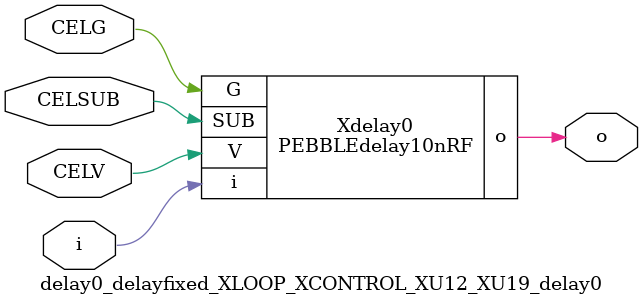
<source format=v>



module PEBBLEdelay10nRF ( o, V, G, i, SUB );

  input V;
  input i;
  input G;
  output o;
  input SUB;
endmodule

//Celera Confidential Do Not Copy delay0_delayfixed_XLOOP_XCONTROL_XU12_XU19_delay0
//TYPE: fixed 10ns
module delay0_delayfixed_XLOOP_XCONTROL_XU12_XU19_delay0 (i, CELV, o,
CELG,CELSUB);
input CELV;
input i;
output o;
input CELSUB;
input CELG;

//Celera Confidential Do Not Copy delayfast0
PEBBLEdelay10nRF Xdelay0(
.V (CELV),
.i (i),
.o (o),
.G (CELG),
.SUB (CELSUB)
);
//,diesize,PEBBLEdelay10nRF

//Celera Confidential Do Not Copy Module End
//Celera Schematic Generator
endmodule

</source>
